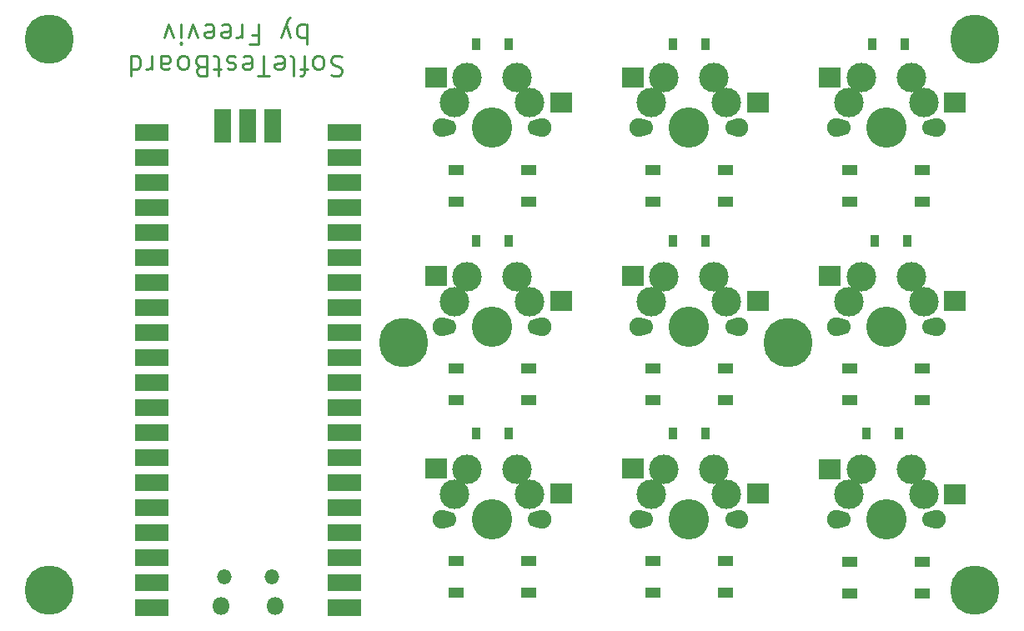
<source format=gts>
%TF.GenerationSoftware,KiCad,Pcbnew,6.0.4-6f826c9f35~116~ubuntu20.04.1*%
%TF.CreationDate,2022-10-29T14:33:56+02:00*%
%TF.ProjectId,SofleTestBoard,536f666c-6554-4657-9374-426f6172642e,rev?*%
%TF.SameCoordinates,Original*%
%TF.FileFunction,Soldermask,Top*%
%TF.FilePolarity,Negative*%
%FSLAX46Y46*%
G04 Gerber Fmt 4.6, Leading zero omitted, Abs format (unit mm)*
G04 Created by KiCad (PCBNEW 6.0.4-6f826c9f35~116~ubuntu20.04.1) date 2022-10-29 14:33:56*
%MOMM*%
%LPD*%
G01*
G04 APERTURE LIST*
%ADD10C,0.250000*%
%ADD11C,3.000000*%
%ADD12C,1.900000*%
%ADD13C,1.700000*%
%ADD14C,4.100000*%
%ADD15R,1.600000X1.000000*%
%ADD16R,2.300000X2.000000*%
%ADD17C,2.900000*%
%ADD18C,5.000000*%
%ADD19R,0.900000X1.200000*%
%ADD20O,1.800000X1.800000*%
%ADD21O,1.500000X1.500000*%
%ADD22R,3.500000X1.700000*%
%ADD23R,1.700000X3.500000*%
G04 APERTURE END LIST*
D10*
X113761904Y-50800476D02*
X113476190Y-50705238D01*
X112999999Y-50705238D01*
X112809523Y-50800476D01*
X112714285Y-50895714D01*
X112619047Y-51086190D01*
X112619047Y-51276666D01*
X112714285Y-51467142D01*
X112809523Y-51562380D01*
X112999999Y-51657619D01*
X113380952Y-51752857D01*
X113571428Y-51848095D01*
X113666666Y-51943333D01*
X113761904Y-52133809D01*
X113761904Y-52324285D01*
X113666666Y-52514761D01*
X113571428Y-52610000D01*
X113380952Y-52705238D01*
X112904761Y-52705238D01*
X112619047Y-52610000D01*
X111476190Y-50705238D02*
X111666666Y-50800476D01*
X111761904Y-50895714D01*
X111857142Y-51086190D01*
X111857142Y-51657619D01*
X111761904Y-51848095D01*
X111666666Y-51943333D01*
X111476190Y-52038571D01*
X111190476Y-52038571D01*
X110999999Y-51943333D01*
X110904761Y-51848095D01*
X110809523Y-51657619D01*
X110809523Y-51086190D01*
X110904761Y-50895714D01*
X110999999Y-50800476D01*
X111190476Y-50705238D01*
X111476190Y-50705238D01*
X110238095Y-52038571D02*
X109476190Y-52038571D01*
X109952380Y-50705238D02*
X109952380Y-52419523D01*
X109857142Y-52610000D01*
X109666666Y-52705238D01*
X109476190Y-52705238D01*
X108523809Y-50705238D02*
X108714285Y-50800476D01*
X108809523Y-50990952D01*
X108809523Y-52705238D01*
X107000000Y-50800476D02*
X107190476Y-50705238D01*
X107571428Y-50705238D01*
X107761904Y-50800476D01*
X107857142Y-50990952D01*
X107857142Y-51752857D01*
X107761904Y-51943333D01*
X107571428Y-52038571D01*
X107190476Y-52038571D01*
X107000000Y-51943333D01*
X106904761Y-51752857D01*
X106904761Y-51562380D01*
X107857142Y-51371904D01*
X106333333Y-52705238D02*
X105190476Y-52705238D01*
X105761904Y-50705238D02*
X105761904Y-52705238D01*
X103761904Y-50800476D02*
X103952380Y-50705238D01*
X104333333Y-50705238D01*
X104523809Y-50800476D01*
X104619047Y-50990952D01*
X104619047Y-51752857D01*
X104523809Y-51943333D01*
X104333333Y-52038571D01*
X103952380Y-52038571D01*
X103761904Y-51943333D01*
X103666666Y-51752857D01*
X103666666Y-51562380D01*
X104619047Y-51371904D01*
X102904761Y-50800476D02*
X102714285Y-50705238D01*
X102333333Y-50705238D01*
X102142857Y-50800476D01*
X102047619Y-50990952D01*
X102047619Y-51086190D01*
X102142857Y-51276666D01*
X102333333Y-51371904D01*
X102619047Y-51371904D01*
X102809523Y-51467142D01*
X102904761Y-51657619D01*
X102904761Y-51752857D01*
X102809523Y-51943333D01*
X102619047Y-52038571D01*
X102333333Y-52038571D01*
X102142857Y-51943333D01*
X101476190Y-52038571D02*
X100714285Y-52038571D01*
X101190476Y-52705238D02*
X101190476Y-50990952D01*
X101095238Y-50800476D01*
X100904761Y-50705238D01*
X100714285Y-50705238D01*
X99380952Y-51752857D02*
X99095238Y-51657619D01*
X98999999Y-51562380D01*
X98904761Y-51371904D01*
X98904761Y-51086190D01*
X98999999Y-50895714D01*
X99095238Y-50800476D01*
X99285714Y-50705238D01*
X100047619Y-50705238D01*
X100047619Y-52705238D01*
X99380952Y-52705238D01*
X99190476Y-52610000D01*
X99095238Y-52514761D01*
X98999999Y-52324285D01*
X98999999Y-52133809D01*
X99095238Y-51943333D01*
X99190476Y-51848095D01*
X99380952Y-51752857D01*
X100047619Y-51752857D01*
X97761904Y-50705238D02*
X97952380Y-50800476D01*
X98047619Y-50895714D01*
X98142857Y-51086190D01*
X98142857Y-51657619D01*
X98047619Y-51848095D01*
X97952380Y-51943333D01*
X97761904Y-52038571D01*
X97476190Y-52038571D01*
X97285714Y-51943333D01*
X97190476Y-51848095D01*
X97095238Y-51657619D01*
X97095238Y-51086190D01*
X97190476Y-50895714D01*
X97285714Y-50800476D01*
X97476190Y-50705238D01*
X97761904Y-50705238D01*
X95380952Y-50705238D02*
X95380952Y-51752857D01*
X95476190Y-51943333D01*
X95666666Y-52038571D01*
X96047619Y-52038571D01*
X96238095Y-51943333D01*
X95380952Y-50800476D02*
X95571428Y-50705238D01*
X96047619Y-50705238D01*
X96238095Y-50800476D01*
X96333333Y-50990952D01*
X96333333Y-51181428D01*
X96238095Y-51371904D01*
X96047619Y-51467142D01*
X95571428Y-51467142D01*
X95380952Y-51562380D01*
X94428571Y-50705238D02*
X94428571Y-52038571D01*
X94428571Y-51657619D02*
X94333333Y-51848095D01*
X94238095Y-51943333D01*
X94047619Y-52038571D01*
X93857142Y-52038571D01*
X92333333Y-50705238D02*
X92333333Y-52705238D01*
X92333333Y-50800476D02*
X92523809Y-50705238D01*
X92904761Y-50705238D01*
X93095238Y-50800476D01*
X93190476Y-50895714D01*
X93285714Y-51086190D01*
X93285714Y-51657619D01*
X93190476Y-51848095D01*
X93095238Y-51943333D01*
X92904761Y-52038571D01*
X92523809Y-52038571D01*
X92333333Y-51943333D01*
X110142857Y-47485238D02*
X110142857Y-49485238D01*
X110142857Y-48723333D02*
X109952380Y-48818571D01*
X109571428Y-48818571D01*
X109380952Y-48723333D01*
X109285714Y-48628095D01*
X109190476Y-48437619D01*
X109190476Y-47866190D01*
X109285714Y-47675714D01*
X109380952Y-47580476D01*
X109571428Y-47485238D01*
X109952380Y-47485238D01*
X110142857Y-47580476D01*
X108523809Y-48818571D02*
X108047619Y-47485238D01*
X107571428Y-48818571D02*
X108047619Y-47485238D01*
X108238095Y-47009047D01*
X108333333Y-46913809D01*
X108523809Y-46818571D01*
X104619047Y-48532857D02*
X105285714Y-48532857D01*
X105285714Y-47485238D02*
X105285714Y-49485238D01*
X104333333Y-49485238D01*
X103571428Y-47485238D02*
X103571428Y-48818571D01*
X103571428Y-48437619D02*
X103476190Y-48628095D01*
X103380952Y-48723333D01*
X103190476Y-48818571D01*
X103000000Y-48818571D01*
X101571428Y-47580476D02*
X101761904Y-47485238D01*
X102142857Y-47485238D01*
X102333333Y-47580476D01*
X102428571Y-47770952D01*
X102428571Y-48532857D01*
X102333333Y-48723333D01*
X102142857Y-48818571D01*
X101761904Y-48818571D01*
X101571428Y-48723333D01*
X101476190Y-48532857D01*
X101476190Y-48342380D01*
X102428571Y-48151904D01*
X99857142Y-47580476D02*
X100047619Y-47485238D01*
X100428571Y-47485238D01*
X100619047Y-47580476D01*
X100714285Y-47770952D01*
X100714285Y-48532857D01*
X100619047Y-48723333D01*
X100428571Y-48818571D01*
X100047619Y-48818571D01*
X99857142Y-48723333D01*
X99761904Y-48532857D01*
X99761904Y-48342380D01*
X100714285Y-48151904D01*
X99095238Y-48818571D02*
X98619047Y-47485238D01*
X98142857Y-48818571D01*
X97380952Y-47485238D02*
X97380952Y-48818571D01*
X97380952Y-49485238D02*
X97476190Y-49390000D01*
X97380952Y-49294761D01*
X97285714Y-49390000D01*
X97380952Y-49485238D01*
X97380952Y-49294761D01*
X96619047Y-48818571D02*
X96142857Y-47485238D01*
X95666666Y-48818571D01*
D11*
%TO.C,SW4*%
X125190000Y-75629999D03*
D12*
X123920000Y-78169999D03*
D13*
X124500000Y-78169999D03*
D14*
X129000000Y-78169999D03*
D11*
X132810000Y-75629998D03*
X131540000Y-73089999D03*
X126460000Y-73089999D03*
D13*
X133500000Y-78169999D03*
D12*
X134080000Y-78169999D03*
D15*
X125300000Y-85669999D03*
X125300000Y-82469999D03*
X132700000Y-82469999D03*
X132700000Y-85669999D03*
D16*
X136000000Y-75589999D03*
X123300000Y-73049999D03*
%TD*%
D11*
%TO.C,SW5*%
X145190000Y-75629999D03*
D12*
X143920000Y-78169999D03*
D13*
X144500000Y-78169999D03*
D14*
X149000000Y-78169999D03*
D11*
X152810000Y-75629998D03*
X151540000Y-73089999D03*
X146460000Y-73089999D03*
D13*
X153500000Y-78169999D03*
D12*
X154080000Y-78169999D03*
D15*
X145300000Y-85669999D03*
X145300000Y-82469999D03*
X152700000Y-82469999D03*
X152700000Y-85669999D03*
D16*
X156000000Y-75589999D03*
X143300000Y-73049999D03*
%TD*%
D11*
%TO.C,SW1*%
X125190000Y-55460000D03*
D12*
X123920000Y-58000000D03*
D13*
X124500000Y-58000000D03*
D14*
X129000000Y-58000000D03*
D11*
X132810000Y-55459999D03*
X131540000Y-52920000D03*
X126460000Y-52920000D03*
D13*
X133500000Y-58000000D03*
D12*
X134080000Y-58000000D03*
D15*
X125300000Y-65500000D03*
X125300000Y-62300000D03*
X132700000Y-62300000D03*
X132700000Y-65500000D03*
D16*
X136000000Y-55420000D03*
X123300000Y-52880000D03*
%TD*%
D11*
%TO.C,SW9*%
X165190000Y-95260000D03*
D12*
X163920000Y-97800000D03*
D13*
X164500000Y-97800000D03*
D14*
X169000000Y-97800000D03*
D11*
X172810000Y-95259999D03*
X171540000Y-92720000D03*
X166460000Y-92720000D03*
D13*
X173500000Y-97800000D03*
D12*
X174080000Y-97800000D03*
D15*
X165300000Y-105300000D03*
X165300000Y-102100000D03*
X172700000Y-102100000D03*
X172700000Y-105300000D03*
D16*
X176000000Y-95220000D03*
X163300000Y-92680000D03*
%TD*%
D11*
%TO.C,SW3*%
X165190000Y-55460000D03*
D12*
X163920000Y-58000000D03*
D13*
X164500000Y-58000000D03*
D14*
X169000000Y-58000000D03*
D11*
X172810000Y-55459999D03*
X171540000Y-52920000D03*
X166460000Y-52920000D03*
D13*
X173500000Y-58000000D03*
D12*
X174080000Y-58000000D03*
D15*
X165300000Y-65500000D03*
X165300000Y-62300000D03*
X172700000Y-62300000D03*
X172700000Y-65500000D03*
D16*
X176000000Y-55420000D03*
X163300000Y-52880000D03*
%TD*%
D11*
%TO.C,SW6*%
X165190000Y-75629999D03*
D12*
X163920000Y-78169999D03*
D13*
X164500000Y-78169999D03*
D14*
X169000000Y-78169999D03*
D11*
X172810000Y-75629998D03*
X171540000Y-73089999D03*
X166460000Y-73089999D03*
D13*
X173500000Y-78169999D03*
D12*
X174080000Y-78169999D03*
D15*
X165300000Y-85669999D03*
X165300000Y-82469999D03*
X172700000Y-82469999D03*
X172700000Y-85669999D03*
D16*
X176000000Y-75589999D03*
X163300000Y-73049999D03*
%TD*%
D11*
%TO.C,SW7*%
X125190000Y-95194999D03*
D12*
X123920000Y-97734999D03*
D13*
X124500000Y-97734999D03*
D14*
X129000000Y-97734999D03*
D11*
X132810000Y-95194998D03*
X131540000Y-92654999D03*
X126460000Y-92654999D03*
D13*
X133500000Y-97734999D03*
D12*
X134080000Y-97734999D03*
D15*
X125300000Y-105234999D03*
X125300000Y-102034999D03*
X132700000Y-102034999D03*
X132700000Y-105234999D03*
D16*
X136000000Y-95154999D03*
X123300000Y-92614999D03*
%TD*%
D11*
%TO.C,SW2*%
X145190000Y-55460000D03*
D12*
X143920000Y-58000000D03*
D13*
X144500000Y-58000000D03*
D14*
X149000000Y-58000000D03*
D11*
X152810000Y-55459999D03*
X151540000Y-52920000D03*
X146460000Y-52920000D03*
D13*
X153500000Y-58000000D03*
D12*
X154080000Y-58000000D03*
D15*
X145300000Y-65500000D03*
X145300000Y-62300000D03*
X152700000Y-62300000D03*
X152700000Y-65500000D03*
D16*
X156000000Y-55420000D03*
X143300000Y-52880000D03*
%TD*%
D11*
%TO.C,SW8*%
X145190000Y-95194999D03*
D12*
X143920000Y-97734999D03*
D13*
X144500000Y-97734999D03*
D14*
X149000000Y-97734999D03*
D11*
X152810000Y-95194998D03*
X151540000Y-92654999D03*
X146460000Y-92654999D03*
D13*
X153500000Y-97734999D03*
D12*
X154080000Y-97734999D03*
D15*
X145300000Y-105234999D03*
X145300000Y-102034999D03*
X152700000Y-102034999D03*
X152700000Y-105234999D03*
D16*
X156000000Y-95154999D03*
X143300000Y-92614999D03*
%TD*%
D17*
%TO.C,H5*%
X159000000Y-79800000D03*
D18*
X159000000Y-79800000D03*
%TD*%
D19*
%TO.C,D4*%
X130650000Y-69500000D03*
X127350000Y-69500000D03*
%TD*%
%TO.C,D7*%
X130650000Y-89000000D03*
X127350000Y-89000000D03*
%TD*%
D18*
%TO.C,H4*%
X84000000Y-105000000D03*
D17*
X84000000Y-105000000D03*
%TD*%
D19*
%TO.C,D1*%
X130650000Y-49500000D03*
X127350000Y-49500000D03*
%TD*%
D20*
%TO.C,U1*%
X101475000Y-106600000D03*
X106925000Y-106600000D03*
X101475000Y-106600000D03*
D21*
X106625000Y-103570000D03*
X106625000Y-103570000D03*
X101775000Y-103570000D03*
D20*
X106925000Y-106600000D03*
D21*
X101775000Y-103570000D03*
D22*
X113990000Y-106730000D03*
X113990000Y-104190000D03*
X113990000Y-101650000D03*
X113990000Y-99110000D03*
X113990000Y-96570000D03*
X113990000Y-94030000D03*
X113990000Y-91490000D03*
X113990000Y-88950000D03*
X113990000Y-86410000D03*
X113990000Y-83870000D03*
X113990000Y-81330000D03*
X113990000Y-78790000D03*
X113990000Y-76250000D03*
X113990000Y-73710000D03*
X113990000Y-71170000D03*
X113990000Y-68630000D03*
X113990000Y-66090000D03*
X113990000Y-63550000D03*
X113990000Y-61010000D03*
X113990000Y-58470000D03*
X94410000Y-58470000D03*
X94410000Y-61010000D03*
X94410000Y-63550000D03*
X94410000Y-66090000D03*
X94410000Y-68630000D03*
X94410000Y-71170000D03*
X94410000Y-73710000D03*
X94410000Y-76250000D03*
X94410000Y-78790000D03*
X94410000Y-81330000D03*
X94410000Y-83870000D03*
X94410000Y-86410000D03*
X94410000Y-88950000D03*
X94410000Y-91490000D03*
X94410000Y-94030000D03*
X94410000Y-96570000D03*
X94410000Y-99110000D03*
X94410000Y-101650000D03*
X94410000Y-104190000D03*
X94410000Y-106730000D03*
D23*
X106740000Y-57800000D03*
X104200000Y-57800000D03*
X101660000Y-57800000D03*
%TD*%
D19*
%TO.C,D5*%
X150650000Y-69500000D03*
X147350000Y-69500000D03*
%TD*%
%TO.C,D2*%
X150650000Y-49500000D03*
X147350000Y-49500000D03*
%TD*%
%TO.C,D9*%
X170300000Y-89000000D03*
X167000000Y-89000000D03*
%TD*%
D17*
%TO.C,H1*%
X84000000Y-49000000D03*
D18*
X84000000Y-49000000D03*
%TD*%
D19*
%TO.C,D3*%
X170850000Y-49500000D03*
X167550000Y-49500000D03*
%TD*%
D17*
%TO.C,H6*%
X120000000Y-79800000D03*
D18*
X120000000Y-79800000D03*
%TD*%
D17*
%TO.C,H3*%
X178000000Y-105000000D03*
D18*
X178000000Y-105000000D03*
%TD*%
D19*
%TO.C,D6*%
X171150000Y-69500000D03*
X167850000Y-69500000D03*
%TD*%
D18*
%TO.C,H2*%
X178000000Y-49000000D03*
D17*
X178000000Y-49000000D03*
%TD*%
D19*
%TO.C,D8*%
X150650000Y-89000000D03*
X147350000Y-89000000D03*
%TD*%
M02*

</source>
